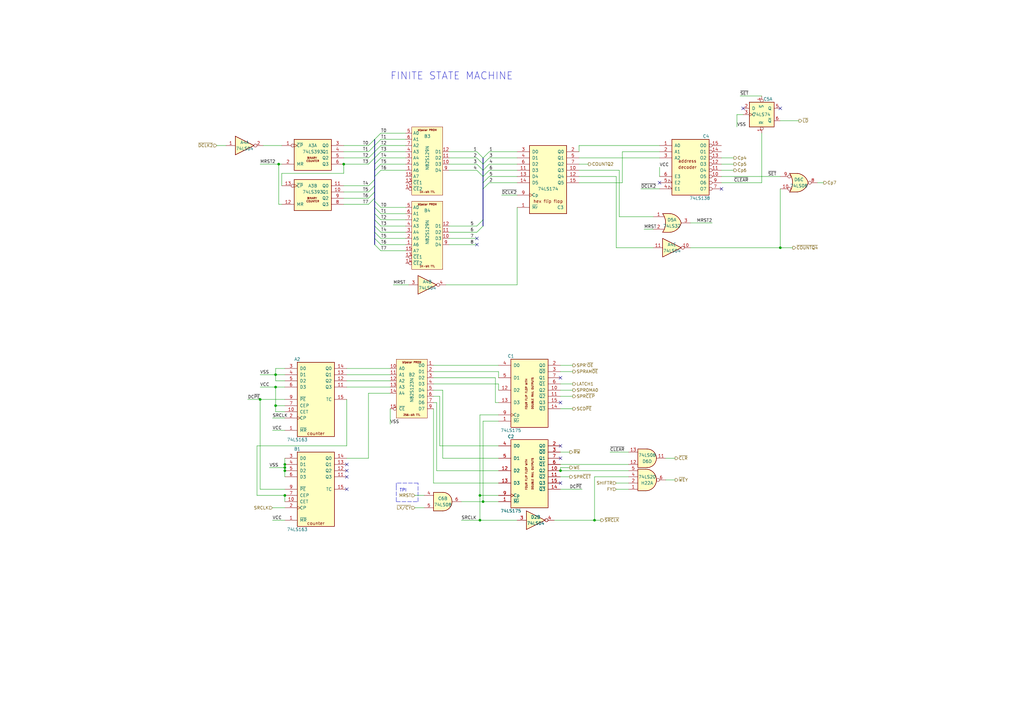
<source format=kicad_sch>
(kicad_sch (version 20211123) (generator eeschema)
  (paper "A3")
  (title_block (title "Rally Bike") (date "2023-05-31") (rev "José Tejada G.") (company "Esperanza Triana") (comment 1 "www.patreon.com/jotego") (comment 2 "JOTEGO"))
  (lib_symbols
    (symbol "74LS393_1" (pin_names (offset 1.016))
      (property "Reference" "U" (at 0 1.27 0))
      (property "Value" "74LS393_1" (at 0 -6.35 0))
      (symbol "74LS393_1_0_0"
        (text "BINARY " (at 0 -2.54 0) (effects (font (size 0.762 0.762))))
        (text "COUNTER" (at 0 -3.81 0) (effects (font (size 0.762 0.762))))
      )
      (symbol "74LS393_1_1_0"
        (pin input inverted_clock (at -12.7 2.54 0) (length 5.08) (name "~{CP}") (number "1"))
        (pin input line (at -12.7 -5.08 0) (length 5.08) (name "MR") (number "2"))
        (pin output line (at 12.7 2.54 180) (length 5.08) (name "Q0") (number "3"))
        (pin output line (at 12.7 0 180) (length 5.08) (name "Q1") (number "4"))
        (pin output line (at 12.7 -2.54 180) (length 5.08) (name "Q2") (number "5"))
        (pin output line (at 12.7 -5.08 180) (length 5.08) (name "Q3") (number "6"))
      )
      (symbol "74LS393_1_2_0"
        (pin output line (at 12.7 0 180) (length 5.08) (name "Q1") (number "10"))
        (pin output line (at 12.7 2.54 180) (length 5.08) (name "Q0") (number "11"))
        (pin input line (at -12.7 -5.08 0) (length 5.08) (name "MR") (number "12"))
        (pin input inverted_clock (at -12.7 2.54 0) (length 5.08) (name "~{CP}") (number "13"))
        (pin output line (at 12.7 -5.08 180) (length 5.08) (name "Q3") (number "8"))
        (pin output line (at 12.7 -2.54 180) (length 5.08) (name "Q2") (number "9"))
      )
      (symbol "74LS393_1_3_0"
        (pin power_in line (at 0 7.62 270) (length 5.08) hide (name "VCC") (number "14"))
        (pin power_in line (at 0 -7.62 90) (length 5.08) hide (name "VSS") (number "7"))
      )
    )
    (symbol "N82S129N_1"
      (property "Reference" "U" (at 0 10.16 0))
      (property "Value" "N82S129N_1" (at 0 1.27 90))
      (symbol "N82S129N_1_0_0"
        (text " 1K-bit TTL " (at 0 -12.7 0) (effects (font (size 0.762 0.762))))
        (text "bipolar PROM" (at 0 12.7 0) (effects (font (size 0.762 0.762))))
      )
      (symbol "N82S129N_1_1_1"
        (pin input line (at -8.89 -3.81 0) (length 2.54) (name "A6") (number "1"))
        (pin tri_state line (at 8.89 -1.27 180) (length 2.54) (name "D3") (number "10"))
        (pin tri_state line (at 8.89 1.27 180) (length 2.54) (name "D2") (number "11"))
        (pin tri_state line (at 8.89 3.81 180) (length 2.54) (name "D1") (number "12"))
        (pin input inverted (at -8.89 -8.89 0) (length 2.54) (name "~{CE}1") (number "13"))
        (pin input inverted (at -8.89 -11.43 0) (length 2.54) (name "~{CE}2") (number "14"))
        (pin input line (at -8.89 -6.35 0) (length 2.54) (name "A7") (number "15"))
        (pin power_in line (at 0 13.97 270) (length 2.54) hide (name "VCC") (number "16"))
        (pin input line (at -8.89 -1.27 0) (length 2.54) (name "A5") (number "2"))
        (pin input line (at -8.89 1.27 0) (length 2.54) (name "A4") (number "3"))
        (pin input line (at -8.89 3.81 0) (length 2.54) (name "A3") (number "4"))
        (pin input line (at -8.89 11.43 0) (length 2.54) (name "A0") (number "5"))
        (pin input line (at -8.89 8.89 0) (length 2.54) (name "A1") (number "6"))
        (pin input line (at -8.89 6.35 0) (length 2.54) (name "A2") (number "7"))
        (pin power_in line (at 0 -13.97 90) (length 2.54) hide (name "VSS") (number "8"))
        (pin tri_state line (at 8.89 -3.81 180) (length 2.54) (name "D4") (number "9"))
      )
    )
    (symbol "arcade:N82S123N" (pin_names (offset 1.016))
      (property "Reference" "U" (at 3.81 8.89 0))
      (property "Value" "N82S123N" (at 0 -5.08 90))
      (symbol "N82S123N_0_0"
        (text " 256-bit TTL " (at 0 -15.24 0) (effects (font (size 0.762 0.762))))
        (text "bipolar PROM" (at 0 6.35 0) (effects (font (size 0.762 0.762))))
      )
      (symbol "N82S123N_1_1"
        (pin tri_state line (at 8.89 5.08 180) (length 2.54) (name "D0") (number "1"))
        (pin input line (at -8.89 3.81 0) (length 2.54) (name "A0") (number "10"))
        (pin input line (at -8.89 1.27 0) (length 2.54) (name "A1") (number "11"))
        (pin input line (at -8.89 -1.27 0) (length 2.54) (name "A2") (number "12"))
        (pin input line (at -8.89 -3.81 0) (length 2.54) (name "A3") (number "13"))
        (pin input line (at -8.89 -6.35 0) (length 2.54) (name "A4") (number "14"))
        (pin input inverted (at -8.89 -12.7 0) (length 2.54) (name "~{CE}") (number "15"))
        (pin power_in line (at 0 7.62 270) (length 2.54) hide (name "VCC") (number "16"))
        (pin tri_state line (at 8.89 2.54 180) (length 2.54) (name "D1") (number "2"))
        (pin tri_state line (at 8.89 0 180) (length 2.54) (name "D2") (number "3"))
        (pin tri_state line (at 8.89 -2.54 180) (length 2.54) (name "D3") (number "4"))
        (pin tri_state line (at 8.89 -5.08 180) (length 2.54) (name "D4") (number "5"))
        (pin tri_state line (at 8.89 -7.62 180) (length 2.54) (name "D5") (number "6"))
        (pin tri_state line (at 8.89 -10.16 180) (length 2.54) (name "D6") (number "7"))
        (pin power_in line (at 0 -16.51 90) (length 2.54) hide (name "VSS") (number "8"))
        (pin tri_state line (at 8.89 -12.7 180) (length 2.54) (name "D7") (number "9"))
      )
    )
    (symbol "arcade:N82S129N"
      (property "Reference" "U" (at 0 10.16 0))
      (property "Value" "N82S129N" (at 0 1.27 90))
      (symbol "N82S129N_0_0"
        (text " 1K-bit TTL " (at 0 -12.7 0) (effects (font (size 0.762 0.762))))
        (text "bipolar PROM" (at 0 12.7 0) (effects (font (size 0.762 0.762))))
      )
      (symbol "N82S129N_1_1"
        (pin input line (at -8.89 -3.81 0) (length 2.54) (name "A6") (number "1"))
        (pin tri_state line (at 8.89 -1.27 180) (length 2.54) (name "D3") (number "10"))
        (pin tri_state line (at 8.89 1.27 180) (length 2.54) (name "D2") (number "11"))
        (pin tri_state line (at 8.89 3.81 180) (length 2.54) (name "D1") (number "12"))
        (pin input inverted (at -8.89 -8.89 0) (length 2.54) (name "~{CE}1") (number "13"))
        (pin input inverted (at -8.89 -11.43 0) (length 2.54) (name "~{CE}2") (number "14"))
        (pin input line (at -8.89 -6.35 0) (length 2.54) (name "A7") (number "15"))
        (pin power_in line (at 0 13.97 270) (length 2.54) hide (name "VCC") (number "16"))
        (pin input line (at -8.89 -1.27 0) (length 2.54) (name "A5") (number "2"))
        (pin input line (at -8.89 1.27 0) (length 2.54) (name "A4") (number "3"))
        (pin input line (at -8.89 3.81 0) (length 2.54) (name "A3") (number "4"))
        (pin input line (at -8.89 11.43 0) (length 2.54) (name "A0") (number "5"))
        (pin input line (at -8.89 8.89 0) (length 2.54) (name "A1") (number "6"))
        (pin input line (at -8.89 6.35 0) (length 2.54) (name "A2") (number "7"))
        (pin power_in line (at 0 -13.97 90) (length 2.54) hide (name "VSS") (number "8"))
        (pin tri_state line (at 8.89 -3.81 180) (length 2.54) (name "D4") (number "9"))
      )
    )
    (symbol "jt74:74LS04" (pin_names (offset 1.016))
      (property "Reference" "U" (at 0 1.27 0))
      (property "Value" "74LS04" (at 0 -1.27 0))
      (symbol "74LS04_1_0"
        (pin input line (at -7.62 0 0) (length 3.81) (name "~") (number "1"))
        (pin output inverted (at 7.62 0 180) (length 3.81) (name "~") (number "2"))
      )
      (symbol "74LS04_2_0"
        (pin input line (at -7.62 0 0) (length 3.81) (name "~") (number "3"))
        (pin output inverted (at 7.62 0 180) (length 3.81) (name "~") (number "4"))
      )
      (symbol "74LS04_3_0"
        (pin input line (at -7.62 0 0) (length 3.81) (name "~") (number "5"))
        (pin output inverted (at 7.62 0 180) (length 3.81) (name "~") (number "6"))
      )
      (symbol "74LS04_4_0"
        (pin output inverted (at 7.62 0 180) (length 3.81) (name "~") (number "8"))
        (pin input line (at -7.62 0 0) (length 3.81) (name "~") (number "9"))
      )
      (symbol "74LS04_5_0"
        (pin output inverted (at 7.62 0 180) (length 3.81) (name "~") (number "10"))
        (pin input line (at -7.62 0 0) (length 3.81) (name "~") (number "11"))
      )
      (symbol "74LS04_6_0"
        (pin output inverted (at 7.62 0 180) (length 3.81) (name "~") (number "12"))
        (pin input line (at -7.62 0 0) (length 3.81) (name "~") (number "13"))
      )
      (symbol "74LS04_7_0"
        (pin power_in line (at 0 7.62 270) (length 5.08) hide (name "VCC") (number "14"))
        (pin power_in line (at 0 -7.62 90) (length 5.08) hide (name "VSS") (number "7"))
      )
    )
    (symbol "jt74:74LS08" (pin_names (offset 1.016))
      (property "Reference" "U" (at 0 1.27 0))
      (property "Value" "74LS08" (at 0 -1.27 0))
      (symbol "74LS08_1_1"
        (pin input line (at -7.62 2.54 0) (length 3.81) (name "~") (number "1"))
        (pin input line (at -7.62 -2.54 0) (length 3.81) (name "~") (number "2"))
        (pin output line (at 7.62 0 180) (length 3.81) (name "~") (number "3"))
      )
      (symbol "74LS08_1_2"
        (pin input inverted (at -7.62 2.54 0) (length 4.318) (name "~") (number "1"))
        (pin input inverted (at -7.62 -2.54 0) (length 4.318) (name "~") (number "2"))
        (pin output inverted (at 7.62 0 180) (length 3.81) (name "~") (number "3"))
      )
      (symbol "74LS08_2_1"
        (pin input line (at -7.62 2.54 0) (length 3.81) (name "~") (number "4"))
        (pin input line (at -7.62 -2.54 0) (length 3.81) (name "~") (number "5"))
        (pin output line (at 7.62 0 180) (length 3.81) (name "~") (number "6"))
      )
      (symbol "74LS08_2_2"
        (pin input inverted (at -7.62 2.54 0) (length 4.318) (name "~") (number "4"))
        (pin input inverted (at -7.62 -2.54 0) (length 4.318) (name "~") (number "5"))
        (pin output inverted (at 7.62 0 180) (length 3.81) (name "~") (number "6"))
      )
      (symbol "74LS08_3_1"
        (pin input line (at -7.62 -2.54 0) (length 3.81) (name "~") (number "10"))
        (pin output line (at 7.62 0 180) (length 3.81) (name "~") (number "8"))
        (pin input line (at -7.62 2.54 0) (length 3.81) (name "~") (number "9"))
      )
      (symbol "74LS08_3_2"
        (pin input inverted (at -7.62 -2.54 0) (length 4.318) (name "~") (number "10"))
        (pin output inverted (at 7.62 0 180) (length 3.81) (name "~") (number "8"))
        (pin input inverted (at -7.62 2.54 0) (length 4.318) (name "~") (number "9"))
      )
      (symbol "74LS08_4_1"
        (pin output line (at 7.62 0 180) (length 3.81) (name "~") (number "11"))
        (pin input line (at -7.62 2.54 0) (length 3.81) (name "~") (number "12"))
        (pin input line (at -7.62 -2.54 0) (length 3.81) (name "~") (number "13"))
      )
      (symbol "74LS08_4_2"
        (pin output inverted (at 7.62 0 180) (length 3.81) (name "~") (number "11"))
        (pin input inverted (at -7.62 2.54 0) (length 4.318) (name "~") (number "12"))
        (pin input inverted (at -7.62 -2.54 0) (length 4.318) (name "~") (number "13"))
      )
      (symbol "74LS08_5_0"
        (pin power_in line (at 0 7.62 270) (length 5.08) hide (name "VCC") (number "14"))
        (pin power_in line (at 0 -7.62 90) (length 5.08) hide (name "VSS") (number "7"))
      )
    )
    (symbol "jt74:74LS138" (pin_names (offset 1.016))
      (property "Reference" "U" (at 6.35 11.43 0))
      (property "Value" "74LS138" (at 3.81 -13.97 0))
      (symbol "74LS138_0_0"
        (text "address" (at -1.27 1.27 0) (effects (font (size 1.27 1.27))))
        (text "decoder" (at -1.27 -1.27 0) (effects (font (size 1.27 1.27))))
      )
      (symbol "74LS138_1_0"
        (pin input line (at -12.7 7.62 0) (length 5.08) (name "A0") (number "1"))
        (pin output inverted (at 12.7 -5.08 180) (length 5.08) (name "O5") (number "10"))
        (pin output inverted (at 12.7 -2.54 180) (length 5.08) (name "O4") (number "11"))
        (pin output inverted (at 12.7 0 180) (length 5.08) (name "O3") (number "12"))
        (pin output inverted (at 12.7 2.54 180) (length 5.08) (name "O2") (number "13"))
        (pin output inverted (at 12.7 5.08 180) (length 5.08) (name "O1") (number "14"))
        (pin output inverted (at 12.7 7.62 180) (length 5.08) (name "O0") (number "15"))
        (pin input line (at -12.7 5.08 0) (length 5.08) (name "A1") (number "2"))
        (pin input line (at -12.7 2.54 0) (length 5.08) (name "A2") (number "3"))
        (pin input input_low (at -12.7 -10.16 0) (length 5.08) (name "E1") (number "4"))
        (pin input input_low (at -12.7 -7.62 0) (length 5.08) (name "E2") (number "5"))
        (pin input line (at -12.7 -5.08 0) (length 5.08) (name "E3") (number "6"))
        (pin output inverted (at 12.7 -10.16 180) (length 5.08) (name "O7") (number "7"))
        (pin output inverted (at 12.7 -7.62 180) (length 5.08) (name "O6") (number "9"))
      )
    )
    (symbol "jt74:74LS163" (pin_names (offset 1.016))
      (property "Reference" "U" (at -7.62 16.51 0))
      (property "Value" "74LS163" (at -7.62 -16.51 0))
      (symbol "74LS163_0_0"
        (text "counter" (at 0 -13.97 0) (effects (font (size 1.27 1.27))))
      )
      (symbol "74LS163_1_0"
        (pin input line (at -12.7 -12.7 0) (length 5.08) (name "~{MR}") (number "1"))
        (pin input line (at -12.7 -5.08 0) (length 5.08) (name "CET") (number "10"))
        (pin output line (at 12.7 5.08 180) (length 5.08) (name "Q3") (number "11"))
        (pin output line (at 12.7 7.62 180) (length 5.08) (name "Q2") (number "12"))
        (pin output line (at 12.7 10.16 180) (length 5.08) (name "Q1") (number "13"))
        (pin output line (at 12.7 12.7 180) (length 5.08) (name "Q0") (number "14"))
        (pin output line (at 12.7 0 180) (length 5.08) (name "TC") (number "15"))
        (pin input clock (at -12.7 -7.62 0) (length 5.08) (name "CP") (number "2"))
        (pin input line (at -12.7 12.7 0) (length 5.08) (name "D0") (number "3"))
        (pin input line (at -12.7 10.16 0) (length 5.08) (name "D1") (number "4"))
        (pin input line (at -12.7 7.62 0) (length 5.08) (name "D2") (number "5"))
        (pin input line (at -12.7 5.08 0) (length 5.08) (name "D3") (number "6"))
        (pin input line (at -12.7 -2.54 0) (length 5.08) (name "CEP") (number "7"))
        (pin input line (at -12.7 0 0) (length 5.08) (name "~{PE}") (number "9"))
      )
    )
    (symbol "jt74:74LS174" (pin_names (offset 1.016))
      (property "Reference" "U" (at 5.08 -12.7 0))
      (property "Value" "74LS174" (at 0 -5.08 0))
      (symbol "74LS174_0_0"
        (text "hex flip flop" (at 0 -10.16 0) (effects (font (size 1.27 1.27))))
      )
      (symbol "74LS174_1_0"
        (pin input line (at -12.7 -12.7 0) (length 5.08) (name "~{Mr}") (number "1"))
        (pin output line (at 12.7 2.54 180) (length 5.08) (name "Q3") (number "10"))
        (pin input line (at -12.7 2.54 0) (length 5.08) (name "D3") (number "11"))
        (pin output line (at 12.7 0 180) (length 5.08) (name "Q4") (number "12"))
        (pin input line (at -12.7 0 0) (length 5.08) (name "D4") (number "13"))
        (pin input line (at -12.7 -2.54 0) (length 5.08) (name "D5") (number "14"))
        (pin output line (at 12.7 -2.54 180) (length 5.08) (name "Q5") (number "15"))
        (pin output line (at 12.7 10.16 180) (length 5.08) (name "Q0") (number "2"))
        (pin input line (at -12.7 10.16 0) (length 5.08) (name "D0") (number "3"))
        (pin input line (at -12.7 7.62 0) (length 5.08) (name "D1") (number "4"))
        (pin output line (at 12.7 7.62 180) (length 5.08) (name "Q1") (number "5"))
        (pin input line (at -12.7 5.08 0) (length 5.08) (name "D2") (number "6"))
        (pin output line (at 12.7 5.08 180) (length 5.08) (name "Q2") (number "7"))
        (pin input clock (at -12.7 -7.62 0) (length 5.08) (name "Cp") (number "9"))
      )
    )
    (symbol "jt74:74LS175" (pin_names (offset 1.016))
      (property "Reference" "U" (at -7.62 13.97 0))
      (property "Value" "74LS175" (at -7.62 -16.51 0))
      (symbol "74LS175_0_0"
        (text "DOUBLE RAIL OUTPUTS" (at 1.27 -1.27 900) (effects (font (size 0.762 0.762))))
        (text "FOUR FLIP FLOP WITH " (at -1.27 -1.27 900) (effects (font (size 0.762 0.762))))
      )
      (symbol "74LS175_1_0"
        (pin input line (at -12.7 -12.7 0) (length 5.08) (name "~{Mr}") (number "1"))
        (pin output line (at 12.7 0 180) (length 5.08) (name "Q2") (number "10"))
        (pin output line (at 12.7 -2.54 180) (length 5.08) (name "~{Q2}") (number "11"))
        (pin input line (at -12.7 0 0) (length 5.08) (name "D2") (number "12"))
        (pin input line (at -12.7 -5.08 0) (length 5.08) (name "D3") (number "13"))
        (pin output line (at 12.7 -7.62 180) (length 5.08) (name "~{Q3}") (number "14"))
        (pin output line (at 12.7 -5.08 180) (length 5.08) (name "Q3") (number "15"))
        (pin output line (at 12.7 10.16 180) (length 5.08) (name "Q0") (number "2"))
        (pin output line (at 12.7 7.62 180) (length 5.08) (name "~{Q0}") (number "3"))
        (pin input line (at -12.7 10.16 0) (length 5.08) (name "D0") (number "4"))
        (pin input line (at -12.7 5.08 0) (length 5.08) (name "D1") (number "5"))
        (pin output line (at 12.7 2.54 180) (length 5.08) (name "~{Q1}") (number "6"))
        (pin output line (at 12.7 5.08 180) (length 5.08) (name "Q1") (number "7"))
        (pin input clock (at -12.7 -10.16 0) (length 5.08) (name "Cp") (number "9"))
      )
    )
    (symbol "jt74:74LS20" (pin_names (offset 1.016))
      (property "Reference" "U" (at 0 1.27 0))
      (property "Value" "74LS20" (at 0 -1.27 0))
      (symbol "74LS20_1_1"
        (pin input line (at -7.62 3.81 0) (length 3.81) (name "~") (number "1"))
        (pin input line (at -7.62 1.27 0) (length 3.81) (name "~") (number "2"))
        (pin input line (at -7.62 -1.27 0) (length 3.81) (name "~") (number "4"))
        (pin input line (at -7.62 -3.81 0) (length 3.81) (name "~") (number "5"))
        (pin output inverted (at 7.62 0 180) (length 3.81) (name "~") (number "6"))
      )
      (symbol "74LS20_1_2"
        (pin input inverted (at -7.62 3.81 0) (length 3.81) (name "~") (number "1"))
        (pin input inverted (at -7.62 1.27 0) (length 4.826) (name "~") (number "2"))
        (pin input inverted (at -7.62 -1.27 0) (length 4.826) (name "~") (number "4"))
        (pin input inverted (at -7.62 -3.81 0) (length 3.81) (name "~") (number "5"))
        (pin output line (at 7.62 0 180) (length 3.81) (name "~") (number "6"))
      )
      (symbol "74LS20_2_1"
        (pin input line (at -7.62 1.27 0) (length 3.81) (name "~") (number "10"))
        (pin input line (at -7.62 -1.27 0) (length 3.81) (name "~") (number "12"))
        (pin input line (at -7.62 -3.81 0) (length 3.81) (name "~") (number "13"))
        (pin output inverted (at 7.62 0 180) (length 3.81) (name "~") (number "8"))
        (pin input line (at -7.62 3.81 0) (length 3.81) (name "~") (number "9"))
      )
      (symbol "74LS20_2_2"
        (pin input inverted (at -7.62 1.27 0) (length 4.826) (name "~") (number "10"))
        (pin input inverted (at -7.62 -1.27 0) (length 4.826) (name "~") (number "12"))
        (pin input inverted (at -7.62 -3.81 0) (length 3.81) (name "~") (number "13"))
        (pin output line (at 7.62 0 180) (length 3.81) (name "~") (number "8"))
        (pin input inverted (at -7.62 3.81 0) (length 3.81) (name "~") (number "9"))
      )
      (symbol "74LS20_3_0"
        (pin power_in line (at 0 7.62 270) (length 5.08) hide (name "VCC") (number "14"))
        (pin power_in line (at 0 -7.62 90) (length 5.08) hide (name "VSS") (number "7"))
      )
    )
    (symbol "jt74:74LS32" (pin_names (offset 1.016))
      (property "Reference" "U" (at 0 1.27 0))
      (property "Value" "74LS32" (at 0 -1.27 0))
      (symbol "74LS32_1_1"
        (pin input line (at -7.62 2.54 0) (length 4.318) (name "~") (number "1"))
        (pin input line (at -7.62 -2.54 0) (length 4.318) (name "~") (number "2"))
        (pin output line (at 7.62 0 180) (length 3.81) (name "~") (number "3"))
      )
      (symbol "74LS32_1_2"
        (pin input inverted (at -7.62 2.54 0) (length 3.81) (name "~") (number "1"))
        (pin input inverted (at -7.62 -2.54 0) (length 3.81) (name "~") (number "2"))
        (pin output inverted (at 7.62 0 180) (length 3.81) (name "~") (number "3"))
      )
      (symbol "74LS32_2_1"
        (pin input line (at -7.62 2.54 0) (length 4.318) (name "~") (number "4"))
        (pin input line (at -7.62 -2.54 0) (length 4.318) (name "~") (number "5"))
        (pin output line (at 7.62 0 180) (length 3.81) (name "~") (number "6"))
      )
      (symbol "74LS32_2_2"
        (pin input inverted (at -7.62 2.54 0) (length 3.81) (name "~") (number "4"))
        (pin input inverted (at -7.62 -2.54 0) (length 3.81) (name "~") (number "5"))
        (pin output inverted (at 7.62 0 180) (length 3.81) (name "~") (number "6"))
      )
      (symbol "74LS32_3_1"
        (pin input line (at -7.62 -2.54 0) (length 4.318) (name "~") (number "10"))
        (pin output line (at 7.62 0 180) (length 3.81) (name "~") (number "8"))
        (pin input line (at -7.62 2.54 0) (length 4.318) (name "~") (number "9"))
      )
      (symbol "74LS32_3_2"
        (pin input inverted (at -7.62 -2.54 0) (length 3.81) (name "~") (number "10"))
        (pin output inverted (at 7.62 0 180) (length 3.81) (name "~") (number "8"))
        (pin input inverted (at -7.62 2.54 0) (length 3.81) (name "~") (number "9"))
      )
      (symbol "74LS32_4_1"
        (pin output line (at 7.62 0 180) (length 3.81) (name "~") (number "11"))
        (pin input line (at -7.62 2.54 0) (length 4.318) (name "~") (number "12"))
        (pin input line (at -7.62 -2.54 0) (length 4.318) (name "~") (number "13"))
      )
      (symbol "74LS32_4_2"
        (pin output inverted (at 7.62 0 180) (length 3.81) (name "~") (number "11"))
        (pin input inverted (at -7.62 2.54 0) (length 3.81) (name "~") (number "12"))
        (pin input inverted (at -7.62 -2.54 0) (length 3.81) (name "~") (number "13"))
      )
      (symbol "74LS32_5_0"
        (pin power_in line (at 0 7.62 270) (length 5.08) hide (name "VCC") (number "14"))
        (pin power_in line (at 0 -7.62 90) (length 5.08) hide (name "VSS") (number "7"))
      )
    )
    (symbol "jt74:74LS393" (pin_names (offset 1.016))
      (property "Reference" "U" (at 0 1.27 0))
      (property "Value" "74LS393" (at 0 -6.35 0))
      (symbol "74LS393_0_0"
        (text "BINARY " (at 0 -2.54 0) (effects (font (size 0.762 0.762))))
        (text "COUNTER" (at 0 -3.81 0) (effects (font (size 0.762 0.762))))
      )
      (symbol "74LS393_1_0"
        (pin input inverted_clock (at -12.7 2.54 0) (length 5.08) (name "~{CP}") (number "1"))
        (pin input line (at -12.7 -5.08 0) (length 5.08) (name "MR") (number "2"))
        (pin output line (at 12.7 2.54 180) (length 5.08) (name "Q0") (number "3"))
        (pin output line (at 12.7 0 180) (length 5.08) (name "Q1") (number "4"))
        (pin output line (at 12.7 -2.54 180) (length 5.08) (name "Q2") (number "5"))
        (pin output line (at 12.7 -5.08 180) (length 5.08) (name "Q3") (number "6"))
      )
      (symbol "74LS393_2_0"
        (pin output line (at 12.7 0 180) (length 5.08) (name "Q1") (number "10"))
        (pin output line (at 12.7 2.54 180) (length 5.08) (name "Q0") (number "11"))
        (pin input line (at -12.7 -5.08 0) (length 5.08) (name "MR") (number "12"))
        (pin input inverted_clock (at -12.7 2.54 0) (length 5.08) (name "~{CP}") (number "13"))
        (pin output line (at 12.7 -5.08 180) (length 5.08) (name "Q3") (number "8"))
        (pin output line (at 12.7 -2.54 180) (length 5.08) (name "Q2") (number "9"))
      )
      (symbol "74LS393_3_0"
        (pin power_in line (at 0 7.62 270) (length 5.08) hide (name "VCC") (number "14"))
        (pin power_in line (at 0 -7.62 90) (length 5.08) hide (name "VSS") (number "7"))
      )
    )
    (symbol "jt74:74LS74" (pin_names (offset 1.016))
      (property "Reference" "U" (at 3.81 5.08 0))
      (property "Value" "74LS74" (at 0 0 0))
      (symbol "74LS74_1_0"
        (pin input inverted (at 0 -7.62 90) (length 2.54) (name "~{R}") (number "1"))
        (pin input line (at -7.62 2.54 0) (length 2.54) (name "D") (number "2"))
        (pin input clock (at -7.62 0 0) (length 2.54) (name "C") (number "3"))
        (pin input inverted (at 0 7.62 270) (length 2.54) (name "~{S}") (number "4"))
        (pin output line (at 7.62 2.54 180) (length 2.54) (name "Q") (number "5"))
        (pin output line (at 7.62 -2.54 180) (length 2.54) (name "~{Q}") (number "6"))
      )
      (symbol "74LS74_2_0"
        (pin input clock (at -7.62 0 0) (length 2.54) (name "C") (number "11"))
        (pin input line (at -7.62 2.54 0) (length 2.54) (name "D") (number "12"))
        (pin input line (at 0 -7.62 90) (length 2.54) (name "~{R}") (number "13"))
        (pin output line (at 7.62 -2.54 180) (length 2.54) (name "~{Q}") (number "8"))
        (pin output line (at 7.62 2.54 180) (length 2.54) (name "Q") (number "9"))
      )
      (symbol "74LS74_2_1"
        (pin input line (at 0 7.62 270) (length 2.54) (name "~{S}") (number "10"))
      )
      (symbol "74LS74_3_0"
        (pin power_in line (at 0 7.62 270) (length 2.54) hide (name "VCC") (number "14"))
        (pin power_in line (at 0 -7.62 90) (length 2.54) hide (name "VSS") (number "7"))
      )
    )
  )
  (junction (at 116.84 203.2))
  (junction (at 113.03 166.37))
  (junction (at 140.97 67.31))
  (junction (at 116.84 191.77))
  (junction (at 198.12 205.74))
  (junction (at 229.87 193.04))
  (junction (at 196.85 203.2))
  (junction (at 243.84 213.36))
  (junction (at 116.84 193.04))
  (junction (at 114.3 67.31))
  (junction (at 106.68 163.83))
  (junction (at 113.03 158.75))
  (junction (at 116.84 190.5))
  (junction (at 320.04 101.6))
  (junction (at 113.03 153.67))
  (junction (at 196.85 213.36))
  (no_connect (at 142.24 195.58))
  (no_connect (at 195.58 100.33))
  (no_connect (at 229.87 187.96))
  (no_connect (at 304.8 44.45))
  (no_connect (at 270.51 74.93))
  (no_connect (at 142.24 193.04))
  (no_connect (at 142.24 190.5))
  (no_connect (at 142.24 200.66))
  (no_connect (at 229.87 165.1))
  (no_connect (at 295.91 77.47))
  (no_connect (at 195.58 97.79))
  (no_connect (at 229.87 182.88))
  (no_connect (at 229.87 198.12))
  (no_connect (at 320.04 44.45))
  (no_connect (at 229.87 154.94))
  (bus_entry (at 198.12 90.17) (size -2.54 2.54))
  (bus_entry (at 198.12 72.39) (size -2.54 -2.54))
  (bus_entry (at 151.13 59.69) (size 2.54 -2.54))
  (bus_entry (at 151.13 67.31) (size 2.54 -2.54))
  (bus_entry (at 198.12 69.85) (size 2.54 -2.54))
  (bus_entry (at 156.21 67.31) (size -2.54 2.54))
  (bus_entry (at 156.21 57.15) (size -2.54 2.54))
  (bus_entry (at 198.12 74.93) (size 2.54 -2.54))
  (bus_entry (at 153.67 78.74) (size -2.54 2.54))
  (bus_entry (at 156.21 69.85) (size -2.54 2.54))
  (bus_entry (at 156.21 100.33) (size -2.54 -2.54))
  (bus_entry (at 198.12 69.85) (size -2.54 -2.54))
  (bus_entry (at 156.21 102.87) (size -2.54 -2.54))
  (bus_entry (at 156.21 87.63) (size -2.54 -2.54))
  (bus_entry (at 151.13 62.23) (size 2.54 -2.54))
  (bus_entry (at 198.12 77.47) (size 2.54 -2.54))
  (bus_entry (at 198.12 72.39) (size 2.54 -2.54))
  (bus_entry (at 153.67 81.28) (size -2.54 2.54))
  (bus_entry (at 156.21 64.77) (size -2.54 2.54))
  (bus_entry (at 198.12 67.31) (size -2.54 -2.54))
  (bus_entry (at 156.21 95.25) (size -2.54 -2.54))
  (bus_entry (at 156.21 90.17) (size -2.54 -2.54))
  (bus_entry (at 153.67 76.2) (size -2.54 2.54))
  (bus_entry (at 198.12 92.71) (size -2.54 2.54))
  (bus_entry (at 151.13 64.77) (size 2.54 -2.54))
  (bus_entry (at 156.21 97.79) (size -2.54 -2.54))
  (bus_entry (at 156.21 62.23) (size -2.54 2.54))
  (bus_entry (at 198.12 64.77) (size -2.54 -2.54))
  (bus_entry (at 156.21 59.69) (size -2.54 2.54))
  (bus_entry (at 198.12 67.31) (size 2.54 -2.54))
  (bus_entry (at 198.12 64.77) (size 2.54 -2.54))
  (bus_entry (at 156.21 92.71) (size -2.54 -2.54))
  (bus_entry (at 153.67 73.66) (size -2.54 2.54))
  (bus_entry (at 156.21 54.61) (size -2.54 2.54))
  (bus_entry (at 153.67 82.55) (size 2.54 2.54))
  (wire (pts (xy 166.37 69.85) (xy 156.21 69.85)))
  (wire (pts (xy 270.51 72.39) (xy 270.51 68.58)))
  (bus (pts (xy 198.12 67.31) (xy 198.12 69.85)))
  (wire (pts (xy 302.26 46.99) (xy 304.8 46.99)))
  (bus (pts (xy 198.12 72.39) (xy 198.12 74.93)))
  (wire (pts (xy 250.19 185.42) (xy 257.81 185.42)))
  (wire (pts (xy 142.24 182.88) (xy 105.41 182.88)))
  (wire (pts (xy 195.58 64.77) (xy 184.15 64.77)))
  (bus (pts (xy 198.12 90.17) (xy 198.12 92.71)))
  (wire (pts (xy 140.97 83.82) (xy 151.13 83.82)))
  (wire (pts (xy 113.03 153.67) (xy 116.84 153.67)))
  (wire (pts (xy 177.8 160.02) (xy 181.61 160.02)))
  (wire (pts (xy 237.49 74.93) (xy 255.27 74.93)))
  (wire (pts (xy 255.27 62.23) (xy 255.27 74.93)))
  (wire (pts (xy 295.91 67.31) (xy 300.99 67.31)))
  (wire (pts (xy 101.6 163.83) (xy 106.68 163.83)))
  (wire (pts (xy 312.42 54.61) (xy 312.42 74.93)))
  (wire (pts (xy 229.87 190.5) (xy 257.81 190.5)))
  (wire (pts (xy 189.23 205.74) (xy 198.12 205.74)))
  (bus (pts (xy 153.67 57.15) (xy 153.67 59.69)))
  (wire (pts (xy 237.49 64.77) (xy 270.51 64.77)))
  (wire (pts (xy 229.87 195.58) (xy 233.68 195.58)))
  (wire (pts (xy 166.37 62.23) (xy 156.21 62.23)))
  (wire (pts (xy 196.85 170.18) (xy 196.85 203.2)))
  (wire (pts (xy 276.86 187.96) (xy 273.05 187.96)))
  (wire (pts (xy 196.85 213.36) (xy 212.09 213.36)))
  (wire (pts (xy 181.61 187.96) (xy 181.61 160.02)))
  (wire (pts (xy 195.58 67.31) (xy 184.15 67.31)))
  (wire (pts (xy 312.42 39.37) (xy 303.53 39.37)))
  (wire (pts (xy 229.87 149.86) (xy 234.95 149.86)))
  (wire (pts (xy 140.97 67.31) (xy 140.97 71.12)))
  (wire (pts (xy 243.84 213.36) (xy 227.33 213.36)))
  (wire (pts (xy 166.37 95.25) (xy 156.21 95.25)))
  (bus (pts (xy 153.67 90.17) (xy 153.67 92.71)))
  (wire (pts (xy 180.34 182.88) (xy 180.34 162.56)))
  (wire (pts (xy 105.41 203.2) (xy 116.84 203.2)))
  (wire (pts (xy 295.91 72.39) (xy 320.04 72.39)))
  (wire (pts (xy 195.58 95.25) (xy 184.15 95.25)))
  (wire (pts (xy 142.24 153.67) (xy 160.02 153.67)))
  (wire (pts (xy 295.91 74.93) (xy 312.42 74.93)))
  (wire (pts (xy 204.47 165.1) (xy 203.2 165.1)))
  (wire (pts (xy 166.37 57.15) (xy 156.21 57.15)))
  (wire (pts (xy 195.58 97.79) (xy 184.15 97.79)))
  (wire (pts (xy 204.47 157.48) (xy 204.47 160.02)))
  (wire (pts (xy 88.9 59.69) (xy 92.71 59.69)))
  (wire (pts (xy 229.87 185.42) (xy 233.68 185.42)))
  (wire (pts (xy 337.82 74.93) (xy 335.28 74.93)))
  (wire (pts (xy 111.76 208.28) (xy 116.84 208.28)))
  (bus (pts (xy 153.67 69.85) (xy 153.67 72.39)))
  (wire (pts (xy 166.37 59.69) (xy 156.21 59.69)))
  (wire (pts (xy 111.76 213.36) (xy 116.84 213.36)))
  (wire (pts (xy 106.68 153.67) (xy 113.03 153.67)))
  (wire (pts (xy 254 88.9) (xy 267.97 88.9)))
  (wire (pts (xy 113.03 168.91) (xy 116.84 168.91)))
  (wire (pts (xy 283.21 101.6) (xy 320.04 101.6)))
  (wire (pts (xy 237.49 59.69) (xy 270.51 59.69)))
  (polyline (pts (xy 162.56 199.39) (xy 162.56 205.74)))
  (wire (pts (xy 113.03 156.21) (xy 116.84 156.21)))
  (wire (pts (xy 107.95 59.69) (xy 115.57 59.69)))
  (wire (pts (xy 116.84 158.75) (xy 113.03 158.75)))
  (bus (pts (xy 153.67 72.39) (xy 153.67 73.66)))
  (bus (pts (xy 153.67 62.23) (xy 153.67 64.77)))
  (wire (pts (xy 252.73 101.6) (xy 267.97 101.6)))
  (polyline (pts (xy 171.45 198.12) (xy 162.56 198.12)))
  (polyline (pts (xy 162.56 198.12) (xy 162.56 199.39)))
  (wire (pts (xy 229.87 193.04) (xy 229.87 191.77)))
  (wire (pts (xy 203.2 165.1) (xy 203.2 154.94)))
  (wire (pts (xy 179.07 165.1) (xy 179.07 193.04)))
  (wire (pts (xy 140.97 67.31) (xy 151.13 67.31)))
  (wire (pts (xy 116.84 190.5) (xy 116.84 191.77)))
  (wire (pts (xy 198.12 205.74) (xy 204.47 205.74)))
  (wire (pts (xy 229.87 160.02) (xy 234.95 160.02)))
  (wire (pts (xy 238.76 200.66) (xy 229.87 200.66)))
  (wire (pts (xy 195.58 100.33) (xy 184.15 100.33)))
  (wire (pts (xy 106.68 67.31) (xy 114.3 67.31)))
  (wire (pts (xy 113.03 151.13) (xy 113.03 153.67)))
  (wire (pts (xy 243.84 195.58) (xy 243.84 213.36)))
  (wire (pts (xy 204.47 152.4) (xy 204.47 154.94)))
  (wire (pts (xy 142.24 151.13) (xy 160.02 151.13)))
  (wire (pts (xy 204.47 203.2) (xy 196.85 203.2)))
  (wire (pts (xy 237.49 69.85) (xy 254 69.85)))
  (wire (pts (xy 204.47 152.4) (xy 177.8 152.4)))
  (wire (pts (xy 195.58 92.71) (xy 184.15 92.71)))
  (bus (pts (xy 153.67 64.77) (xy 153.67 67.31)))
  (wire (pts (xy 177.8 198.12) (xy 177.8 167.64)))
  (wire (pts (xy 189.23 213.36) (xy 196.85 213.36)))
  (bus (pts (xy 153.67 81.28) (xy 153.67 82.55)))
  (wire (pts (xy 200.66 67.31) (xy 212.09 67.31)))
  (wire (pts (xy 200.66 74.93) (xy 212.09 74.93)))
  (wire (pts (xy 177.8 157.48) (xy 204.47 157.48)))
  (wire (pts (xy 252.73 198.12) (xy 257.81 198.12)))
  (wire (pts (xy 106.68 163.83) (xy 106.68 200.66)))
  (wire (pts (xy 203.2 154.94) (xy 177.8 154.94)))
  (wire (pts (xy 142.24 158.75) (xy 160.02 158.75)))
  (wire (pts (xy 166.37 102.87) (xy 156.21 102.87)))
  (wire (pts (xy 320.04 77.47) (xy 320.04 101.6)))
  (bus (pts (xy 198.12 77.47) (xy 198.12 90.17)))
  (wire (pts (xy 204.47 170.18) (xy 196.85 170.18)))
  (wire (pts (xy 151.13 187.96) (xy 142.24 187.96)))
  (bus (pts (xy 153.67 78.74) (xy 153.67 81.28)))
  (wire (pts (xy 177.8 165.1) (xy 179.07 165.1)))
  (bus (pts (xy 198.12 74.93) (xy 198.12 77.47)))
  (wire (pts (xy 142.24 163.83) (xy 142.24 182.88)))
  (wire (pts (xy 243.84 213.36) (xy 246.38 213.36)))
  (wire (pts (xy 200.66 64.77) (xy 212.09 64.77)))
  (wire (pts (xy 111.76 171.45) (xy 116.84 171.45)))
  (bus (pts (xy 153.67 82.55) (xy 153.67 85.09)))
  (wire (pts (xy 114.3 67.31) (xy 114.3 83.82)))
  (wire (pts (xy 113.03 166.37) (xy 113.03 168.91)))
  (wire (pts (xy 320.04 101.6) (xy 325.12 101.6)))
  (wire (pts (xy 161.29 116.84) (xy 167.64 116.84)))
  (wire (pts (xy 116.84 191.77) (xy 116.84 193.04)))
  (wire (pts (xy 229.87 193.04) (xy 257.81 193.04)))
  (bus (pts (xy 153.67 95.25) (xy 153.67 97.79)))
  (wire (pts (xy 241.3 67.31) (xy 237.49 67.31)))
  (wire (pts (xy 254 69.85) (xy 254 88.9)))
  (bus (pts (xy 153.67 97.79) (xy 153.67 100.33)))
  (wire (pts (xy 237.49 59.69) (xy 237.49 62.23)))
  (wire (pts (xy 229.87 157.48) (xy 234.95 157.48)))
  (wire (pts (xy 198.12 172.72) (xy 204.47 172.72)))
  (wire (pts (xy 115.57 67.31) (xy 114.3 67.31)))
  (wire (pts (xy 166.37 87.63) (xy 156.21 87.63)))
  (wire (pts (xy 166.37 97.79) (xy 156.21 97.79)))
  (wire (pts (xy 229.87 152.4) (xy 234.95 152.4)))
  (wire (pts (xy 166.37 85.09) (xy 156.21 85.09)))
  (wire (pts (xy 252.73 72.39) (xy 252.73 101.6)))
  (wire (pts (xy 320.04 49.53) (xy 327.66 49.53)))
  (wire (pts (xy 142.24 156.21) (xy 160.02 156.21)))
  (wire (pts (xy 170.18 208.28) (xy 173.99 208.28)))
  (wire (pts (xy 140.97 59.69) (xy 151.13 59.69)))
  (wire (pts (xy 200.66 69.85) (xy 212.09 69.85)))
  (wire (pts (xy 166.37 100.33) (xy 156.21 100.33)))
  (wire (pts (xy 166.37 54.61) (xy 156.21 54.61)))
  (wire (pts (xy 140.97 64.77) (xy 151.13 64.77)))
  (wire (pts (xy 170.18 203.2) (xy 173.99 203.2)))
  (wire (pts (xy 180.34 162.56) (xy 177.8 162.56)))
  (wire (pts (xy 196.85 203.2) (xy 196.85 213.36)))
  (wire (pts (xy 160.02 167.64) (xy 160.02 173.99)))
  (wire (pts (xy 204.47 182.88) (xy 180.34 182.88)))
  (wire (pts (xy 114.3 83.82) (xy 115.57 83.82)))
  (bus (pts (xy 153.67 85.09) (xy 153.67 87.63)))
  (wire (pts (xy 111.76 176.53) (xy 116.84 176.53)))
  (wire (pts (xy 257.81 195.58) (xy 243.84 195.58)))
  (bus (pts (xy 153.67 92.71) (xy 153.67 95.25)))
  (wire (pts (xy 116.84 203.2) (xy 116.84 205.74)))
  (wire (pts (xy 229.87 167.64) (xy 234.95 167.64)))
  (wire (pts (xy 166.37 67.31) (xy 156.21 67.31)))
  (wire (pts (xy 166.37 92.71) (xy 156.21 92.71)))
  (wire (pts (xy 204.47 198.12) (xy 177.8 198.12)))
  (wire (pts (xy 140.97 62.23) (xy 151.13 62.23)))
  (wire (pts (xy 262.89 77.47) (xy 270.51 77.47)))
  (wire (pts (xy 140.97 78.74) (xy 151.13 78.74)))
  (wire (pts (xy 195.58 69.85) (xy 184.15 69.85)))
  (bus (pts (xy 198.12 64.77) (xy 198.12 67.31)))
  (wire (pts (xy 160.02 161.29) (xy 151.13 161.29)))
  (wire (pts (xy 166.37 64.77) (xy 156.21 64.77)))
  (wire (pts (xy 205.74 80.01) (xy 212.09 80.01)))
  (wire (pts (xy 292.1 91.44) (xy 283.21 91.44)))
  (wire (pts (xy 270.51 62.23) (xy 255.27 62.23)))
  (wire (pts (xy 110.49 191.77) (xy 116.84 191.77)))
  (wire (pts (xy 198.12 172.72) (xy 198.12 205.74)))
  (wire (pts (xy 212.09 85.09) (xy 212.09 116.84)))
  (wire (pts (xy 113.03 158.75) (xy 113.03 166.37)))
  (wire (pts (xy 276.86 196.85) (xy 273.05 196.85)))
  (wire (pts (xy 140.97 76.2) (xy 151.13 76.2)))
  (wire (pts (xy 212.09 116.84) (xy 182.88 116.84)))
  (wire (pts (xy 195.58 62.23) (xy 184.15 62.23)))
  (wire (pts (xy 140.97 71.12) (xy 115.57 71.12)))
  (wire (pts (xy 300.99 69.85) (xy 295.91 69.85)))
  (wire (pts (xy 113.03 153.67) (xy 113.03 156.21)))
  (wire (pts (xy 116.84 163.83) (xy 106.68 163.83)))
  (bus (pts (xy 153.67 73.66) (xy 153.67 76.2)))
  (wire (pts (xy 179.07 193.04) (xy 204.47 193.04)))
  (wire (pts (xy 252.73 200.66) (xy 257.81 200.66)))
  (wire (pts (xy 229.87 162.56) (xy 234.95 162.56)))
  (wire (pts (xy 237.49 72.39) (xy 252.73 72.39)))
  (bus (pts (xy 153.67 59.69) (xy 153.67 62.23)))
  (wire (pts (xy 166.37 90.17) (xy 156.21 90.17)))
  (wire (pts (xy 106.68 200.66) (xy 116.84 200.66)))
  (wire (pts (xy 200.66 72.39) (xy 212.09 72.39)))
  (wire (pts (xy 302.26 52.07) (xy 302.26 46.99)))
  (wire (pts (xy 200.66 62.23) (xy 212.09 62.23)))
  (bus (pts (xy 153.67 67.31) (xy 153.67 69.85)))
  (wire (pts (xy 264.16 93.98) (xy 267.97 93.98)))
  (bus (pts (xy 198.12 69.85) (xy 198.12 72.39)))
  (wire (pts (xy 116.84 193.04) (xy 116.84 195.58)))
  (wire (pts (xy 115.57 71.12) (xy 115.57 76.2)))
  (wire (pts (xy 113.03 151.13) (xy 116.84 151.13)))
  (wire (pts (xy 140.97 81.28) (xy 151.13 81.28)))
  (wire (pts (xy 116.84 187.96) (xy 116.84 190.5)))
  (wire (pts (xy 151.13 161.29) (xy 151.13 187.96)))
  (wire (pts (xy 106.68 158.75) (xy 113.03 158.75)))
  (bus (pts (xy 153.67 76.2) (xy 153.67 78.74)))
  (wire (pts (xy 204.47 149.86) (xy 177.8 149.86)))
  (polyline (pts (xy 171.45 205.74) (xy 171.45 198.12)))
  (wire (pts (xy 229.87 191.77) (xy 233.68 191.77)))
  (bus (pts (xy 153.67 87.63) (xy 153.67 90.17)))
  (wire (pts (xy 105.41 182.88) (xy 105.41 203.2)))
  (wire (pts (xy 204.47 187.96) (xy 181.61 187.96)))
  (polyline (pts (xy 162.56 205.74) (xy 171.45 205.74)))
  (wire (pts (xy 113.03 166.37) (xy 116.84 166.37)))
  (wire (pts (xy 300.99 64.77) (xy 295.91 64.77)))
  (text "FINITE STATE MACHINE" (at 160.02 33.02 0) (effects (font (size 3 3)) (justify left bottom)))
  (text "TPI" (at 163.83 201.93 0) (effects (font (size 1.27 1.27)) (justify left bottom)))
  (label "6" (at 194.31 95.25 180))
  (label "4" (at 200.66 67.31 0))
  (label "5" (at 200.66 72.39 0))
  (label "T6" (at 156.21 100.33 0))
  (label "T2" (at 151.13 64.77 180))
  (label "3" (at 195.58 67.31 180))
  (label "3" (at 200.66 64.77 0))
  (label "7" (at 194.31 97.79 180))
  (label "~{CLEAR}" (at 300.99 74.93 0))
  (label "VCC" (at 106.68 158.75 0))
  (label "T6" (at 151.13 81.28 180))
  (label "T2" (at 156.21 59.69 0))
  (label "~{DCLK2}" (at 205.74 80.01 0))
  (label "~{CLEAR}" (at 250.19 185.42 0))
  (label "T7" (at 151.13 83.82 180))
  (label "~{SET}" (at 314.96 72.39 0))
  (label "T2" (at 156.21 90.17 0))
  (label "T3" (at 151.13 67.31 180))
  (label "MRST2" (at 292.1 91.44 180))
  (label "T4" (at 151.13 76.2 180))
  (label "1" (at 200.66 62.23 0))
  (label "DC~{PE}" (at 238.76 200.66 180))
  (label "T5" (at 156.21 67.31 0))
  (label "T1" (at 156.21 57.15 0))
  (label "T7" (at 156.21 102.87 0))
  (label "MRST" (at 161.29 116.84 0))
  (label "~{DCLK2}" (at 262.89 77.47 0))
  (label "T0" (at 151.13 59.69 180))
  (label "SRCLK" (at 189.23 213.36 0))
  (label "6" (at 200.66 69.85 0))
  (label "T1" (at 156.21 87.63 0))
  (label "T4" (at 156.21 95.25 0))
  (label "VSS" (at 160.02 173.99 0))
  (label "DC~{PE}" (at 101.6 163.83 0))
  (label "VSS" (at 106.68 153.67 0))
  (label "MRST" (at 264.16 93.98 0))
  (label "8" (at 194.31 100.33 180))
  (label "1" (at 195.58 62.23 180))
  (label "VSS" (at 110.49 191.77 0))
  (label "MRST2" (at 106.68 67.31 0))
  (label "T0" (at 156.21 54.61 0))
  (label "T6" (at 156.21 69.85 0))
  (label "T4" (at 156.21 64.77 0))
  (label "2" (at 200.66 74.93 0))
  (label "VCC" (at 111.76 176.53 0))
  (label "VSS" (at 302.26 52.07 0))
  (label "2" (at 195.58 64.77 180))
  (label "T3" (at 156.21 92.71 0))
  (label "T5" (at 156.21 97.79 0))
  (label "T5" (at 151.13 78.74 180))
  (label "5" (at 194.31 92.71 180))
  (label "VCC" (at 111.76 213.36 0))
  (label "4" (at 195.58 69.85 180))
  (label "T0" (at 156.21 85.09 0))
  (label "T1" (at 151.13 62.23 180))
  (label "SRCLK" (at 111.76 171.45 0))
  (label "~{SET}" (at 303.53 39.37 0))
  (label "T3" (at 156.21 62.23 0))
  (label "VCC" (at 270.51 68.58 0))
  (hierarchical_label "~{DCLK2}" (shape input) (at 88.9 59.69 180))
  (hierarchical_label "~{COUNTQ4}" (shape output) (at 325.12 101.6 0))
  (hierarchical_label "SPR~{CEP}" (shape output) (at 234.95 162.56 0))
  (hierarchical_label "~{CLR}" (shape output) (at 276.86 187.96 0))
  (hierarchical_label "WE" (shape output) (at 233.68 191.77 0))
  (hierarchical_label "SPROMA0" (shape output) (at 234.95 160.02 0))
  (hierarchical_label "Cp6" (shape output) (at 300.99 69.85 0))
  (hierarchical_label "Cp4" (shape output) (at 300.99 64.77 0))
  (hierarchical_label "~{LD}" (shape output) (at 327.66 49.53 0))
  (hierarchical_label "MRST" (shape input) (at 170.18 203.2 180))
  (hierarchical_label "~{RW}" (shape output) (at 233.68 185.42 0))
  (hierarchical_label "~{WE}Y" (shape output) (at 276.86 196.85 0))
  (hierarchical_label "SPR~{CET}" (shape output) (at 233.68 195.58 0))
  (hierarchical_label "~{SRCLK}" (shape output) (at 246.38 213.36 0))
  (hierarchical_label "FY" (shape input) (at 252.73 200.66 180))
  (hierarchical_label "Cp5" (shape output) (at 300.99 67.31 0))
  (hierarchical_label "SCD~{PE}" (shape output) (at 234.95 167.64 0))
  (hierarchical_label "SRCLK" (shape input) (at 111.76 208.28 180))
  (hierarchical_label "SPR'~{OE}" (shape output) (at 234.95 149.86 0))
  (hierarchical_label "Cp7" (shape output) (at 337.82 74.93 0))
  (hierarchical_label "~{LX{slash}CY}" (shape input) (at 170.18 208.28 180))
  (hierarchical_label "LATCH1" (shape output) (at 234.95 157.48 0))
  (hierarchical_label "SPRAM~{OE}" (shape output) (at 234.95 152.4 0))
  (hierarchical_label "SHIFTR" (shape input) (at 252.73 198.12 180))
  (hierarchical_label "COUNTQ2" (shape output) (at 241.3 67.31 0))
  (symbol (lib_id "jt74:74LS74") (at 312.42 46.99 0) (unit 1)
    (property "Reference" "C5" (at 314.96 40.64 0))
    (property "Value" "74LS74" (at 312.42 46.99 0))
    (property "Datasheet" "74xx/74hc_hct74.pdf" (effects hide))
  )
  (symbol (lib_id "jt74:74LS138") (at 283.21 67.31 0) (unit 1)
    (property "Reference" "C4" (at 289.56 55.88 0))
    (property "Value" "74LS138" (at 287.02 81.28 0))
    (property "Datasheet" "http://www.ti.com/lit/gpn/sn74LS138" (effects hide))
  )
  (symbol (lib_id "jt74:74LS04") (at 275.59 101.6 0) (unit 5)
    (property "Reference" "A4" (at 275.59 100.33 0))
    (property "Value" "74LS04" (at 275.59 102.87 0))
    (property "Datasheet" "http://www.ti.com/lit/gpn/sn74LS04" (effects hide))
  )
  (symbol (lib_id "jt74:74LS175") (at 217.17 193.04 0) (unit 1)
    (property "Reference" "C2" (at 209.55 179.07 0))
    (property "Value" "74LS175" (at 209.55 209.55 0))
    (property "Datasheet" "http://www.ti.com/lit/gpn/sn74LS175" (effects hide))
  )
  (symbol (lib_id "jt74:74LS163") (at 129.54 200.66 0) (unit 1)
    (property "Reference" "B1" (at 121.92 184.15 0))
    (property "Value" "74LS163" (at 121.92 217.17 0))
    (property "Datasheet" "http://www.ti.com/lit/gpn/sn74LS163" (effects hide))
  )
  (symbol (lib_name "74LS393_1") (lib_id "jt74:74LS393") (at 128.27 78.74 0) (unit 2)
    (property "Reference" "A3" (at 128.27 76.2 0))
    (property "Value" "74LS393" (at 128.27 78.74 0))
    (property "Datasheet" "https://html.alldatasheet.com/html-pdf/5724/MOTOROLA/74LS393/258/1/74LS393.html" (effects hide))
  )
  (symbol (lib_id "jt74:74LS163") (at 129.54 163.83 0) (unit 1)
    (property "Reference" "A2" (at 121.92 147.32 0))
    (property "Value" "74LS163" (at 121.92 180.34 0))
    (property "Datasheet" "http://www.ti.com/lit/gpn/sn74LS163" (effects hide))
  )
  (symbol (lib_id "jt74:74LS32") (at 275.59 91.44 0) (unit 1)
    (property "Reference" "D5" (at 275.59 90.17 0))
    (property "Value" "74LS32" (at 275.59 92.71 0))
    (property "Datasheet" "http://www.ti.com/lit/gpn/sn74LS32" (effects hide))
  )
  (symbol (lib_id "jt74:74LS08") (at 181.61 205.74 0) (unit 2)
    (property "Reference" "C6" (at 181.61 204.47 0))
    (property "Value" "74LS08" (at 181.61 207.01 0))
    (property "Datasheet" "http://www.ti.com/lit/gpn/sn74LS08" (effects hide))
  )
  (symbol (lib_id "jt74:74LS04") (at 219.71 213.36 0) (unit 2)
    (property "Reference" "D2" (at 219.71 212.09 0))
    (property "Value" "74LS04" (at 219.71 214.63 0))
    (property "Datasheet" "http://www.ti.com/lit/gpn/sn74LS04" (effects hide))
  )
  (symbol (lib_id "jt74:74LS20") (at 265.43 196.85 0) (mirror x) (unit 1)
    (property "Reference" "H22" (at 265.43 198.12 0))
    (property "Value" "74LS20" (at 265.43 195.58 0))
    (property "Datasheet" "http://www.ti.com/lit/gpn/sn74LS20" (effects hide))
  )
  (symbol (lib_id "jt74:74LS174") (at 224.79 72.39 0) (unit 1)
    (property "Reference" "C3" (at 229.87 85.09 0))
    (property "Value" "74LS174" (at 224.79 77.47 0))
    (property "Datasheet" "http://www.ti.com/lit/gpn/sn74LS174" (effects hide))
  )
  (symbol (lib_id "arcade:N82S129N") (at 175.26 66.04 0) (unit 1)
    (property "Reference" "B3" (at 175.26 55.88 0))
    (property "Value" "N82S129N" (at 175.26 64.77 90))
    (property "Datasheet" "https://pdf1.alldatasheet.com/datasheet-pdf/view/91520/PHILIPS/N82S129N.html" (effects hide))
  )
  (symbol (lib_id "jt74:74LS08") (at 265.43 187.96 0) (mirror x) (unit 4)
    (property "Reference" "D6" (at 265.43 189.23 0))
    (property "Value" "74LS08" (at 265.43 186.69 0))
    (property "Datasheet" "http://www.ti.com/lit/gpn/sn74LS08" (effects hide))
  )
  (symbol (lib_name "N82S129N_1") (lib_id "arcade:N82S129N") (at 175.26 96.52 0) (unit 1)
    (property "Reference" "B4" (at 175.26 86.36 0))
    (property "Value" "N82S129N" (at 175.26 95.25 90))
    (property "Datasheet" "https://pdf1.alldatasheet.com/datasheet-pdf/view/91520/PHILIPS/N82S129N.html" (effects hide))
  )
  (symbol (lib_id "arcade:N82S123N") (at 168.91 154.94 0) (unit 1)
    (property "Reference" "B2" (at 168.91 153.67 0))
    (property "Value" "N82S123N" (at 168.91 160.02 90))
    (property "Datasheet" "https://www.alldatasheet.com/datasheet-pdf/pdf/15879/PHILIPS/N82S123N.html" (effects hide))
  )
  (symbol (lib_id "jt74:74LS04") (at 175.26 116.84 0) (unit 2)
    (property "Reference" "A4" (at 175.26 115.57 0))
    (property "Value" "74LS04" (at 175.26 118.11 0))
    (property "Datasheet" "http://www.ti.com/lit/gpn/sn74LS04" (effects hide))
  )
  (symbol (lib_id "jt74:74LS175") (at 217.17 160.02 0) (unit 1)
    (property "Reference" "C1" (at 209.55 146.05 0))
    (property "Value" "74LS175" (at 209.55 176.53 0))
    (property "Datasheet" "http://www.ti.com/lit/gpn/sn74LS175" (effects hide))
  )
  (symbol (lib_id "jt74:74LS08") (at 327.66 74.93 0) (unit 3) (convert 2)
    (property "Reference" "D6" (at 327.66 73.66 0))
    (property "Value" "74LS08" (at 327.66 76.2 0))
    (property "Datasheet" "http://www.ti.com/lit/gpn/sn74LS08" (effects hide))
  )
  (symbol (lib_id "jt74:74LS393") (at 128.27 62.23 0) (unit 1)
    (property "Reference" "A3" (at 128.27 59.69 0))
    (property "Value" "74LS393" (at 128.27 62.23 0))
    (property "Datasheet" "https://html.alldatasheet.com/html-pdf/5724/MOTOROLA/74LS393/258/1/74LS393.html" (effects hide))
  )
  (symbol (lib_id "jt74:74LS04") (at 100.33 59.69 0) (unit 1)
    (property "Reference" "A4" (at 100.33 58.42 0))
    (property "Value" "74LS04" (at 100.33 60.96 0))
    (property "Datasheet" "http://www.ti.com/lit/gpn/sn74LS04" (effects hide))
  )
)
</source>
